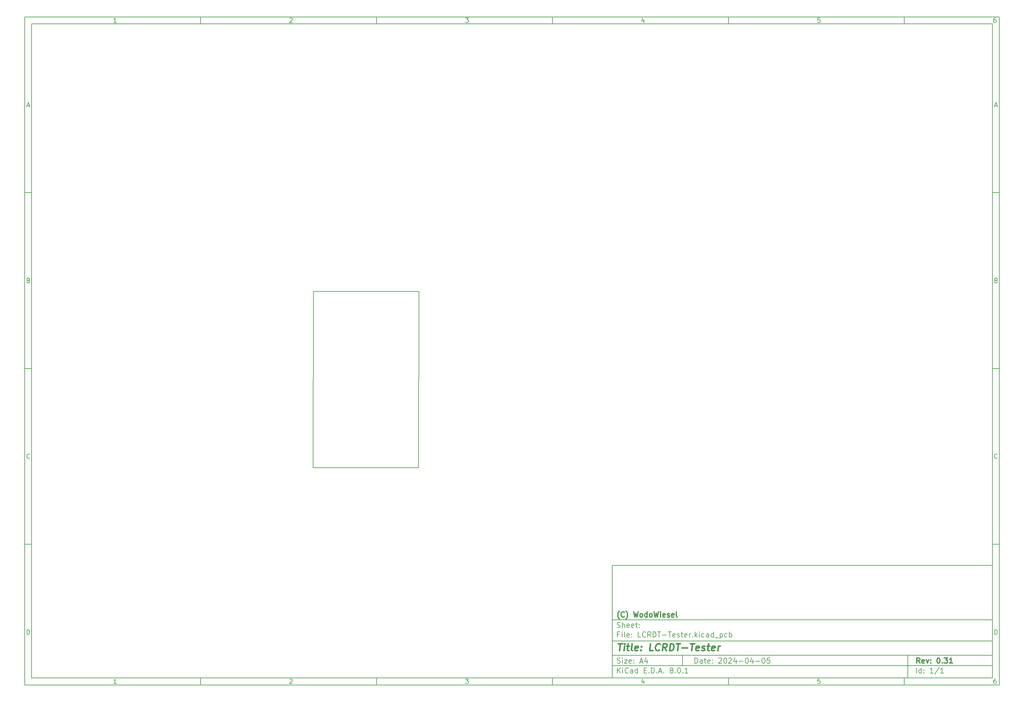
<source format=gbr>
%TF.GenerationSoftware,KiCad,Pcbnew,8.0.1*%
%TF.CreationDate,2024-04-05T21:52:58+02:00*%
%TF.ProjectId,LCRDT-Tester,4c435244-542d-4546-9573-7465722e6b69,0.31*%
%TF.SameCoordinates,PX57bafc0PY83cc3c0*%
%TF.FileFunction,Other,ECO2*%
%FSLAX46Y46*%
G04 Gerber Fmt 4.6, Leading zero omitted, Abs format (unit mm)*
G04 Created by KiCad (PCBNEW 8.0.1) date 2024-04-05 21:52:58*
%MOMM*%
%LPD*%
G01*
G04 APERTURE LIST*
%ADD10C,0.100000*%
%ADD11C,0.150000*%
%ADD12C,0.300000*%
%ADD13C,0.400000*%
%TA.AperFunction,Profile*%
%ADD14C,0.150000*%
%TD*%
G04 APERTURE END LIST*
D10*
D11*
X85010200Y-27807200D02*
X193010200Y-27807200D01*
X193010200Y-59807200D01*
X85010200Y-59807200D01*
X85010200Y-27807200D01*
D10*
D11*
X-81992000Y128200000D02*
X195010200Y128200000D01*
X195010200Y-61807200D01*
X-81992000Y-61807200D01*
X-81992000Y128200000D01*
D10*
D11*
X-79992000Y126200000D02*
X193010200Y126200000D01*
X193010200Y-59807200D01*
X-79992000Y-59807200D01*
X-79992000Y126200000D01*
D10*
D11*
X-31992000Y126200000D02*
X-31992000Y128200000D01*
D10*
D11*
X18008000Y126200000D02*
X18008000Y128200000D01*
D10*
D11*
X68008000Y126200000D02*
X68008000Y128200000D01*
D10*
D11*
X118008000Y126200000D02*
X118008000Y128200000D01*
D10*
D11*
X168008000Y126200000D02*
X168008000Y128200000D01*
D10*
D11*
X-55902840Y126606396D02*
X-56645697Y126606396D01*
X-56274269Y126606396D02*
X-56274269Y127906396D01*
X-56274269Y127906396D02*
X-56398078Y127720681D01*
X-56398078Y127720681D02*
X-56521888Y127596872D01*
X-56521888Y127596872D02*
X-56645697Y127534967D01*
D10*
D11*
X-6645697Y127782586D02*
X-6583793Y127844491D01*
X-6583793Y127844491D02*
X-6459983Y127906396D01*
X-6459983Y127906396D02*
X-6150459Y127906396D01*
X-6150459Y127906396D02*
X-6026650Y127844491D01*
X-6026650Y127844491D02*
X-5964745Y127782586D01*
X-5964745Y127782586D02*
X-5902840Y127658777D01*
X-5902840Y127658777D02*
X-5902840Y127534967D01*
X-5902840Y127534967D02*
X-5964745Y127349253D01*
X-5964745Y127349253D02*
X-6707602Y126606396D01*
X-6707602Y126606396D02*
X-5902840Y126606396D01*
D10*
D11*
X43292398Y127906396D02*
X44097160Y127906396D01*
X44097160Y127906396D02*
X43663826Y127411158D01*
X43663826Y127411158D02*
X43849541Y127411158D01*
X43849541Y127411158D02*
X43973350Y127349253D01*
X43973350Y127349253D02*
X44035255Y127287348D01*
X44035255Y127287348D02*
X44097160Y127163539D01*
X44097160Y127163539D02*
X44097160Y126854015D01*
X44097160Y126854015D02*
X44035255Y126730205D01*
X44035255Y126730205D02*
X43973350Y126668300D01*
X43973350Y126668300D02*
X43849541Y126606396D01*
X43849541Y126606396D02*
X43478112Y126606396D01*
X43478112Y126606396D02*
X43354303Y126668300D01*
X43354303Y126668300D02*
X43292398Y126730205D01*
D10*
D11*
X93973350Y127473062D02*
X93973350Y126606396D01*
X93663826Y127968300D02*
X93354303Y127039729D01*
X93354303Y127039729D02*
X94159064Y127039729D01*
D10*
D11*
X144035255Y127906396D02*
X143416207Y127906396D01*
X143416207Y127906396D02*
X143354303Y127287348D01*
X143354303Y127287348D02*
X143416207Y127349253D01*
X143416207Y127349253D02*
X143540017Y127411158D01*
X143540017Y127411158D02*
X143849541Y127411158D01*
X143849541Y127411158D02*
X143973350Y127349253D01*
X143973350Y127349253D02*
X144035255Y127287348D01*
X144035255Y127287348D02*
X144097160Y127163539D01*
X144097160Y127163539D02*
X144097160Y126854015D01*
X144097160Y126854015D02*
X144035255Y126730205D01*
X144035255Y126730205D02*
X143973350Y126668300D01*
X143973350Y126668300D02*
X143849541Y126606396D01*
X143849541Y126606396D02*
X143540017Y126606396D01*
X143540017Y126606396D02*
X143416207Y126668300D01*
X143416207Y126668300D02*
X143354303Y126730205D01*
D10*
D11*
X193973350Y127906396D02*
X193725731Y127906396D01*
X193725731Y127906396D02*
X193601922Y127844491D01*
X193601922Y127844491D02*
X193540017Y127782586D01*
X193540017Y127782586D02*
X193416207Y127596872D01*
X193416207Y127596872D02*
X193354303Y127349253D01*
X193354303Y127349253D02*
X193354303Y126854015D01*
X193354303Y126854015D02*
X193416207Y126730205D01*
X193416207Y126730205D02*
X193478112Y126668300D01*
X193478112Y126668300D02*
X193601922Y126606396D01*
X193601922Y126606396D02*
X193849541Y126606396D01*
X193849541Y126606396D02*
X193973350Y126668300D01*
X193973350Y126668300D02*
X194035255Y126730205D01*
X194035255Y126730205D02*
X194097160Y126854015D01*
X194097160Y126854015D02*
X194097160Y127163539D01*
X194097160Y127163539D02*
X194035255Y127287348D01*
X194035255Y127287348D02*
X193973350Y127349253D01*
X193973350Y127349253D02*
X193849541Y127411158D01*
X193849541Y127411158D02*
X193601922Y127411158D01*
X193601922Y127411158D02*
X193478112Y127349253D01*
X193478112Y127349253D02*
X193416207Y127287348D01*
X193416207Y127287348D02*
X193354303Y127163539D01*
D10*
D11*
X-31992000Y-59807200D02*
X-31992000Y-61807200D01*
D10*
D11*
X18008000Y-59807200D02*
X18008000Y-61807200D01*
D10*
D11*
X68008000Y-59807200D02*
X68008000Y-61807200D01*
D10*
D11*
X118008000Y-59807200D02*
X118008000Y-61807200D01*
D10*
D11*
X168008000Y-59807200D02*
X168008000Y-61807200D01*
D10*
D11*
X-55902840Y-61400804D02*
X-56645697Y-61400804D01*
X-56274269Y-61400804D02*
X-56274269Y-60100804D01*
X-56274269Y-60100804D02*
X-56398078Y-60286519D01*
X-56398078Y-60286519D02*
X-56521888Y-60410328D01*
X-56521888Y-60410328D02*
X-56645697Y-60472233D01*
D10*
D11*
X-6645697Y-60224614D02*
X-6583793Y-60162709D01*
X-6583793Y-60162709D02*
X-6459983Y-60100804D01*
X-6459983Y-60100804D02*
X-6150459Y-60100804D01*
X-6150459Y-60100804D02*
X-6026650Y-60162709D01*
X-6026650Y-60162709D02*
X-5964745Y-60224614D01*
X-5964745Y-60224614D02*
X-5902840Y-60348423D01*
X-5902840Y-60348423D02*
X-5902840Y-60472233D01*
X-5902840Y-60472233D02*
X-5964745Y-60657947D01*
X-5964745Y-60657947D02*
X-6707602Y-61400804D01*
X-6707602Y-61400804D02*
X-5902840Y-61400804D01*
D10*
D11*
X43292398Y-60100804D02*
X44097160Y-60100804D01*
X44097160Y-60100804D02*
X43663826Y-60596042D01*
X43663826Y-60596042D02*
X43849541Y-60596042D01*
X43849541Y-60596042D02*
X43973350Y-60657947D01*
X43973350Y-60657947D02*
X44035255Y-60719852D01*
X44035255Y-60719852D02*
X44097160Y-60843661D01*
X44097160Y-60843661D02*
X44097160Y-61153185D01*
X44097160Y-61153185D02*
X44035255Y-61276995D01*
X44035255Y-61276995D02*
X43973350Y-61338900D01*
X43973350Y-61338900D02*
X43849541Y-61400804D01*
X43849541Y-61400804D02*
X43478112Y-61400804D01*
X43478112Y-61400804D02*
X43354303Y-61338900D01*
X43354303Y-61338900D02*
X43292398Y-61276995D01*
D10*
D11*
X93973350Y-60534138D02*
X93973350Y-61400804D01*
X93663826Y-60038900D02*
X93354303Y-60967471D01*
X93354303Y-60967471D02*
X94159064Y-60967471D01*
D10*
D11*
X144035255Y-60100804D02*
X143416207Y-60100804D01*
X143416207Y-60100804D02*
X143354303Y-60719852D01*
X143354303Y-60719852D02*
X143416207Y-60657947D01*
X143416207Y-60657947D02*
X143540017Y-60596042D01*
X143540017Y-60596042D02*
X143849541Y-60596042D01*
X143849541Y-60596042D02*
X143973350Y-60657947D01*
X143973350Y-60657947D02*
X144035255Y-60719852D01*
X144035255Y-60719852D02*
X144097160Y-60843661D01*
X144097160Y-60843661D02*
X144097160Y-61153185D01*
X144097160Y-61153185D02*
X144035255Y-61276995D01*
X144035255Y-61276995D02*
X143973350Y-61338900D01*
X143973350Y-61338900D02*
X143849541Y-61400804D01*
X143849541Y-61400804D02*
X143540017Y-61400804D01*
X143540017Y-61400804D02*
X143416207Y-61338900D01*
X143416207Y-61338900D02*
X143354303Y-61276995D01*
D10*
D11*
X193973350Y-60100804D02*
X193725731Y-60100804D01*
X193725731Y-60100804D02*
X193601922Y-60162709D01*
X193601922Y-60162709D02*
X193540017Y-60224614D01*
X193540017Y-60224614D02*
X193416207Y-60410328D01*
X193416207Y-60410328D02*
X193354303Y-60657947D01*
X193354303Y-60657947D02*
X193354303Y-61153185D01*
X193354303Y-61153185D02*
X193416207Y-61276995D01*
X193416207Y-61276995D02*
X193478112Y-61338900D01*
X193478112Y-61338900D02*
X193601922Y-61400804D01*
X193601922Y-61400804D02*
X193849541Y-61400804D01*
X193849541Y-61400804D02*
X193973350Y-61338900D01*
X193973350Y-61338900D02*
X194035255Y-61276995D01*
X194035255Y-61276995D02*
X194097160Y-61153185D01*
X194097160Y-61153185D02*
X194097160Y-60843661D01*
X194097160Y-60843661D02*
X194035255Y-60719852D01*
X194035255Y-60719852D02*
X193973350Y-60657947D01*
X193973350Y-60657947D02*
X193849541Y-60596042D01*
X193849541Y-60596042D02*
X193601922Y-60596042D01*
X193601922Y-60596042D02*
X193478112Y-60657947D01*
X193478112Y-60657947D02*
X193416207Y-60719852D01*
X193416207Y-60719852D02*
X193354303Y-60843661D01*
D10*
D11*
X-81992000Y78200000D02*
X-79992000Y78200000D01*
D10*
D11*
X-81992000Y28200000D02*
X-79992000Y28200000D01*
D10*
D11*
X-81992000Y-21800000D02*
X-79992000Y-21800000D01*
D10*
D11*
X-81301524Y102977824D02*
X-80682477Y102977824D01*
X-81425334Y102606396D02*
X-80992001Y103906396D01*
X-80992001Y103906396D02*
X-80558667Y102606396D01*
D10*
D11*
X-80899143Y53287348D02*
X-80713429Y53225443D01*
X-80713429Y53225443D02*
X-80651524Y53163539D01*
X-80651524Y53163539D02*
X-80589620Y53039729D01*
X-80589620Y53039729D02*
X-80589620Y52854015D01*
X-80589620Y52854015D02*
X-80651524Y52730205D01*
X-80651524Y52730205D02*
X-80713429Y52668300D01*
X-80713429Y52668300D02*
X-80837239Y52606396D01*
X-80837239Y52606396D02*
X-81332477Y52606396D01*
X-81332477Y52606396D02*
X-81332477Y53906396D01*
X-81332477Y53906396D02*
X-80899143Y53906396D01*
X-80899143Y53906396D02*
X-80775334Y53844491D01*
X-80775334Y53844491D02*
X-80713429Y53782586D01*
X-80713429Y53782586D02*
X-80651524Y53658777D01*
X-80651524Y53658777D02*
X-80651524Y53534967D01*
X-80651524Y53534967D02*
X-80713429Y53411158D01*
X-80713429Y53411158D02*
X-80775334Y53349253D01*
X-80775334Y53349253D02*
X-80899143Y53287348D01*
X-80899143Y53287348D02*
X-81332477Y53287348D01*
D10*
D11*
X-80589620Y2730205D02*
X-80651524Y2668300D01*
X-80651524Y2668300D02*
X-80837239Y2606396D01*
X-80837239Y2606396D02*
X-80961048Y2606396D01*
X-80961048Y2606396D02*
X-81146762Y2668300D01*
X-81146762Y2668300D02*
X-81270572Y2792110D01*
X-81270572Y2792110D02*
X-81332477Y2915920D01*
X-81332477Y2915920D02*
X-81394381Y3163539D01*
X-81394381Y3163539D02*
X-81394381Y3349253D01*
X-81394381Y3349253D02*
X-81332477Y3596872D01*
X-81332477Y3596872D02*
X-81270572Y3720681D01*
X-81270572Y3720681D02*
X-81146762Y3844491D01*
X-81146762Y3844491D02*
X-80961048Y3906396D01*
X-80961048Y3906396D02*
X-80837239Y3906396D01*
X-80837239Y3906396D02*
X-80651524Y3844491D01*
X-80651524Y3844491D02*
X-80589620Y3782586D01*
D10*
D11*
X-81332477Y-47393604D02*
X-81332477Y-46093604D01*
X-81332477Y-46093604D02*
X-81022953Y-46093604D01*
X-81022953Y-46093604D02*
X-80837239Y-46155509D01*
X-80837239Y-46155509D02*
X-80713429Y-46279319D01*
X-80713429Y-46279319D02*
X-80651524Y-46403128D01*
X-80651524Y-46403128D02*
X-80589620Y-46650747D01*
X-80589620Y-46650747D02*
X-80589620Y-46836461D01*
X-80589620Y-46836461D02*
X-80651524Y-47084080D01*
X-80651524Y-47084080D02*
X-80713429Y-47207890D01*
X-80713429Y-47207890D02*
X-80837239Y-47331700D01*
X-80837239Y-47331700D02*
X-81022953Y-47393604D01*
X-81022953Y-47393604D02*
X-81332477Y-47393604D01*
D10*
D11*
X195010200Y78200000D02*
X193010200Y78200000D01*
D10*
D11*
X195010200Y28200000D02*
X193010200Y28200000D01*
D10*
D11*
X195010200Y-21800000D02*
X193010200Y-21800000D01*
D10*
D11*
X193700676Y102977824D02*
X194319723Y102977824D01*
X193576866Y102606396D02*
X194010199Y103906396D01*
X194010199Y103906396D02*
X194443533Y102606396D01*
D10*
D11*
X194103057Y53287348D02*
X194288771Y53225443D01*
X194288771Y53225443D02*
X194350676Y53163539D01*
X194350676Y53163539D02*
X194412580Y53039729D01*
X194412580Y53039729D02*
X194412580Y52854015D01*
X194412580Y52854015D02*
X194350676Y52730205D01*
X194350676Y52730205D02*
X194288771Y52668300D01*
X194288771Y52668300D02*
X194164961Y52606396D01*
X194164961Y52606396D02*
X193669723Y52606396D01*
X193669723Y52606396D02*
X193669723Y53906396D01*
X193669723Y53906396D02*
X194103057Y53906396D01*
X194103057Y53906396D02*
X194226866Y53844491D01*
X194226866Y53844491D02*
X194288771Y53782586D01*
X194288771Y53782586D02*
X194350676Y53658777D01*
X194350676Y53658777D02*
X194350676Y53534967D01*
X194350676Y53534967D02*
X194288771Y53411158D01*
X194288771Y53411158D02*
X194226866Y53349253D01*
X194226866Y53349253D02*
X194103057Y53287348D01*
X194103057Y53287348D02*
X193669723Y53287348D01*
D10*
D11*
X194412580Y2730205D02*
X194350676Y2668300D01*
X194350676Y2668300D02*
X194164961Y2606396D01*
X194164961Y2606396D02*
X194041152Y2606396D01*
X194041152Y2606396D02*
X193855438Y2668300D01*
X193855438Y2668300D02*
X193731628Y2792110D01*
X193731628Y2792110D02*
X193669723Y2915920D01*
X193669723Y2915920D02*
X193607819Y3163539D01*
X193607819Y3163539D02*
X193607819Y3349253D01*
X193607819Y3349253D02*
X193669723Y3596872D01*
X193669723Y3596872D02*
X193731628Y3720681D01*
X193731628Y3720681D02*
X193855438Y3844491D01*
X193855438Y3844491D02*
X194041152Y3906396D01*
X194041152Y3906396D02*
X194164961Y3906396D01*
X194164961Y3906396D02*
X194350676Y3844491D01*
X194350676Y3844491D02*
X194412580Y3782586D01*
D10*
D11*
X193669723Y-47393604D02*
X193669723Y-46093604D01*
X193669723Y-46093604D02*
X193979247Y-46093604D01*
X193979247Y-46093604D02*
X194164961Y-46155509D01*
X194164961Y-46155509D02*
X194288771Y-46279319D01*
X194288771Y-46279319D02*
X194350676Y-46403128D01*
X194350676Y-46403128D02*
X194412580Y-46650747D01*
X194412580Y-46650747D02*
X194412580Y-46836461D01*
X194412580Y-46836461D02*
X194350676Y-47084080D01*
X194350676Y-47084080D02*
X194288771Y-47207890D01*
X194288771Y-47207890D02*
X194164961Y-47331700D01*
X194164961Y-47331700D02*
X193979247Y-47393604D01*
X193979247Y-47393604D02*
X193669723Y-47393604D01*
D10*
D11*
X108466026Y-55593328D02*
X108466026Y-54093328D01*
X108466026Y-54093328D02*
X108823169Y-54093328D01*
X108823169Y-54093328D02*
X109037455Y-54164757D01*
X109037455Y-54164757D02*
X109180312Y-54307614D01*
X109180312Y-54307614D02*
X109251741Y-54450471D01*
X109251741Y-54450471D02*
X109323169Y-54736185D01*
X109323169Y-54736185D02*
X109323169Y-54950471D01*
X109323169Y-54950471D02*
X109251741Y-55236185D01*
X109251741Y-55236185D02*
X109180312Y-55379042D01*
X109180312Y-55379042D02*
X109037455Y-55521900D01*
X109037455Y-55521900D02*
X108823169Y-55593328D01*
X108823169Y-55593328D02*
X108466026Y-55593328D01*
X110608884Y-55593328D02*
X110608884Y-54807614D01*
X110608884Y-54807614D02*
X110537455Y-54664757D01*
X110537455Y-54664757D02*
X110394598Y-54593328D01*
X110394598Y-54593328D02*
X110108884Y-54593328D01*
X110108884Y-54593328D02*
X109966026Y-54664757D01*
X110608884Y-55521900D02*
X110466026Y-55593328D01*
X110466026Y-55593328D02*
X110108884Y-55593328D01*
X110108884Y-55593328D02*
X109966026Y-55521900D01*
X109966026Y-55521900D02*
X109894598Y-55379042D01*
X109894598Y-55379042D02*
X109894598Y-55236185D01*
X109894598Y-55236185D02*
X109966026Y-55093328D01*
X109966026Y-55093328D02*
X110108884Y-55021900D01*
X110108884Y-55021900D02*
X110466026Y-55021900D01*
X110466026Y-55021900D02*
X110608884Y-54950471D01*
X111108884Y-54593328D02*
X111680312Y-54593328D01*
X111323169Y-54093328D02*
X111323169Y-55379042D01*
X111323169Y-55379042D02*
X111394598Y-55521900D01*
X111394598Y-55521900D02*
X111537455Y-55593328D01*
X111537455Y-55593328D02*
X111680312Y-55593328D01*
X112751741Y-55521900D02*
X112608884Y-55593328D01*
X112608884Y-55593328D02*
X112323170Y-55593328D01*
X112323170Y-55593328D02*
X112180312Y-55521900D01*
X112180312Y-55521900D02*
X112108884Y-55379042D01*
X112108884Y-55379042D02*
X112108884Y-54807614D01*
X112108884Y-54807614D02*
X112180312Y-54664757D01*
X112180312Y-54664757D02*
X112323170Y-54593328D01*
X112323170Y-54593328D02*
X112608884Y-54593328D01*
X112608884Y-54593328D02*
X112751741Y-54664757D01*
X112751741Y-54664757D02*
X112823170Y-54807614D01*
X112823170Y-54807614D02*
X112823170Y-54950471D01*
X112823170Y-54950471D02*
X112108884Y-55093328D01*
X113466026Y-55450471D02*
X113537455Y-55521900D01*
X113537455Y-55521900D02*
X113466026Y-55593328D01*
X113466026Y-55593328D02*
X113394598Y-55521900D01*
X113394598Y-55521900D02*
X113466026Y-55450471D01*
X113466026Y-55450471D02*
X113466026Y-55593328D01*
X113466026Y-54664757D02*
X113537455Y-54736185D01*
X113537455Y-54736185D02*
X113466026Y-54807614D01*
X113466026Y-54807614D02*
X113394598Y-54736185D01*
X113394598Y-54736185D02*
X113466026Y-54664757D01*
X113466026Y-54664757D02*
X113466026Y-54807614D01*
X115251741Y-54236185D02*
X115323169Y-54164757D01*
X115323169Y-54164757D02*
X115466027Y-54093328D01*
X115466027Y-54093328D02*
X115823169Y-54093328D01*
X115823169Y-54093328D02*
X115966027Y-54164757D01*
X115966027Y-54164757D02*
X116037455Y-54236185D01*
X116037455Y-54236185D02*
X116108884Y-54379042D01*
X116108884Y-54379042D02*
X116108884Y-54521900D01*
X116108884Y-54521900D02*
X116037455Y-54736185D01*
X116037455Y-54736185D02*
X115180312Y-55593328D01*
X115180312Y-55593328D02*
X116108884Y-55593328D01*
X117037455Y-54093328D02*
X117180312Y-54093328D01*
X117180312Y-54093328D02*
X117323169Y-54164757D01*
X117323169Y-54164757D02*
X117394598Y-54236185D01*
X117394598Y-54236185D02*
X117466026Y-54379042D01*
X117466026Y-54379042D02*
X117537455Y-54664757D01*
X117537455Y-54664757D02*
X117537455Y-55021900D01*
X117537455Y-55021900D02*
X117466026Y-55307614D01*
X117466026Y-55307614D02*
X117394598Y-55450471D01*
X117394598Y-55450471D02*
X117323169Y-55521900D01*
X117323169Y-55521900D02*
X117180312Y-55593328D01*
X117180312Y-55593328D02*
X117037455Y-55593328D01*
X117037455Y-55593328D02*
X116894598Y-55521900D01*
X116894598Y-55521900D02*
X116823169Y-55450471D01*
X116823169Y-55450471D02*
X116751740Y-55307614D01*
X116751740Y-55307614D02*
X116680312Y-55021900D01*
X116680312Y-55021900D02*
X116680312Y-54664757D01*
X116680312Y-54664757D02*
X116751740Y-54379042D01*
X116751740Y-54379042D02*
X116823169Y-54236185D01*
X116823169Y-54236185D02*
X116894598Y-54164757D01*
X116894598Y-54164757D02*
X117037455Y-54093328D01*
X118108883Y-54236185D02*
X118180311Y-54164757D01*
X118180311Y-54164757D02*
X118323169Y-54093328D01*
X118323169Y-54093328D02*
X118680311Y-54093328D01*
X118680311Y-54093328D02*
X118823169Y-54164757D01*
X118823169Y-54164757D02*
X118894597Y-54236185D01*
X118894597Y-54236185D02*
X118966026Y-54379042D01*
X118966026Y-54379042D02*
X118966026Y-54521900D01*
X118966026Y-54521900D02*
X118894597Y-54736185D01*
X118894597Y-54736185D02*
X118037454Y-55593328D01*
X118037454Y-55593328D02*
X118966026Y-55593328D01*
X120251740Y-54593328D02*
X120251740Y-55593328D01*
X119894597Y-54021900D02*
X119537454Y-55093328D01*
X119537454Y-55093328D02*
X120466025Y-55093328D01*
X121037453Y-55021900D02*
X122180311Y-55021900D01*
X123180311Y-54093328D02*
X123323168Y-54093328D01*
X123323168Y-54093328D02*
X123466025Y-54164757D01*
X123466025Y-54164757D02*
X123537454Y-54236185D01*
X123537454Y-54236185D02*
X123608882Y-54379042D01*
X123608882Y-54379042D02*
X123680311Y-54664757D01*
X123680311Y-54664757D02*
X123680311Y-55021900D01*
X123680311Y-55021900D02*
X123608882Y-55307614D01*
X123608882Y-55307614D02*
X123537454Y-55450471D01*
X123537454Y-55450471D02*
X123466025Y-55521900D01*
X123466025Y-55521900D02*
X123323168Y-55593328D01*
X123323168Y-55593328D02*
X123180311Y-55593328D01*
X123180311Y-55593328D02*
X123037454Y-55521900D01*
X123037454Y-55521900D02*
X122966025Y-55450471D01*
X122966025Y-55450471D02*
X122894596Y-55307614D01*
X122894596Y-55307614D02*
X122823168Y-55021900D01*
X122823168Y-55021900D02*
X122823168Y-54664757D01*
X122823168Y-54664757D02*
X122894596Y-54379042D01*
X122894596Y-54379042D02*
X122966025Y-54236185D01*
X122966025Y-54236185D02*
X123037454Y-54164757D01*
X123037454Y-54164757D02*
X123180311Y-54093328D01*
X124966025Y-54593328D02*
X124966025Y-55593328D01*
X124608882Y-54021900D02*
X124251739Y-55093328D01*
X124251739Y-55093328D02*
X125180310Y-55093328D01*
X125751738Y-55021900D02*
X126894596Y-55021900D01*
X127894596Y-54093328D02*
X128037453Y-54093328D01*
X128037453Y-54093328D02*
X128180310Y-54164757D01*
X128180310Y-54164757D02*
X128251739Y-54236185D01*
X128251739Y-54236185D02*
X128323167Y-54379042D01*
X128323167Y-54379042D02*
X128394596Y-54664757D01*
X128394596Y-54664757D02*
X128394596Y-55021900D01*
X128394596Y-55021900D02*
X128323167Y-55307614D01*
X128323167Y-55307614D02*
X128251739Y-55450471D01*
X128251739Y-55450471D02*
X128180310Y-55521900D01*
X128180310Y-55521900D02*
X128037453Y-55593328D01*
X128037453Y-55593328D02*
X127894596Y-55593328D01*
X127894596Y-55593328D02*
X127751739Y-55521900D01*
X127751739Y-55521900D02*
X127680310Y-55450471D01*
X127680310Y-55450471D02*
X127608881Y-55307614D01*
X127608881Y-55307614D02*
X127537453Y-55021900D01*
X127537453Y-55021900D02*
X127537453Y-54664757D01*
X127537453Y-54664757D02*
X127608881Y-54379042D01*
X127608881Y-54379042D02*
X127680310Y-54236185D01*
X127680310Y-54236185D02*
X127751739Y-54164757D01*
X127751739Y-54164757D02*
X127894596Y-54093328D01*
X129751738Y-54093328D02*
X129037452Y-54093328D01*
X129037452Y-54093328D02*
X128966024Y-54807614D01*
X128966024Y-54807614D02*
X129037452Y-54736185D01*
X129037452Y-54736185D02*
X129180310Y-54664757D01*
X129180310Y-54664757D02*
X129537452Y-54664757D01*
X129537452Y-54664757D02*
X129680310Y-54736185D01*
X129680310Y-54736185D02*
X129751738Y-54807614D01*
X129751738Y-54807614D02*
X129823167Y-54950471D01*
X129823167Y-54950471D02*
X129823167Y-55307614D01*
X129823167Y-55307614D02*
X129751738Y-55450471D01*
X129751738Y-55450471D02*
X129680310Y-55521900D01*
X129680310Y-55521900D02*
X129537452Y-55593328D01*
X129537452Y-55593328D02*
X129180310Y-55593328D01*
X129180310Y-55593328D02*
X129037452Y-55521900D01*
X129037452Y-55521900D02*
X128966024Y-55450471D01*
D10*
D11*
X85010200Y-56307200D02*
X193010200Y-56307200D01*
D10*
D11*
X86466026Y-58393328D02*
X86466026Y-56893328D01*
X87323169Y-58393328D02*
X86680312Y-57536185D01*
X87323169Y-56893328D02*
X86466026Y-57750471D01*
X87966026Y-58393328D02*
X87966026Y-57393328D01*
X87966026Y-56893328D02*
X87894598Y-56964757D01*
X87894598Y-56964757D02*
X87966026Y-57036185D01*
X87966026Y-57036185D02*
X88037455Y-56964757D01*
X88037455Y-56964757D02*
X87966026Y-56893328D01*
X87966026Y-56893328D02*
X87966026Y-57036185D01*
X89537455Y-58250471D02*
X89466027Y-58321900D01*
X89466027Y-58321900D02*
X89251741Y-58393328D01*
X89251741Y-58393328D02*
X89108884Y-58393328D01*
X89108884Y-58393328D02*
X88894598Y-58321900D01*
X88894598Y-58321900D02*
X88751741Y-58179042D01*
X88751741Y-58179042D02*
X88680312Y-58036185D01*
X88680312Y-58036185D02*
X88608884Y-57750471D01*
X88608884Y-57750471D02*
X88608884Y-57536185D01*
X88608884Y-57536185D02*
X88680312Y-57250471D01*
X88680312Y-57250471D02*
X88751741Y-57107614D01*
X88751741Y-57107614D02*
X88894598Y-56964757D01*
X88894598Y-56964757D02*
X89108884Y-56893328D01*
X89108884Y-56893328D02*
X89251741Y-56893328D01*
X89251741Y-56893328D02*
X89466027Y-56964757D01*
X89466027Y-56964757D02*
X89537455Y-57036185D01*
X90823170Y-58393328D02*
X90823170Y-57607614D01*
X90823170Y-57607614D02*
X90751741Y-57464757D01*
X90751741Y-57464757D02*
X90608884Y-57393328D01*
X90608884Y-57393328D02*
X90323170Y-57393328D01*
X90323170Y-57393328D02*
X90180312Y-57464757D01*
X90823170Y-58321900D02*
X90680312Y-58393328D01*
X90680312Y-58393328D02*
X90323170Y-58393328D01*
X90323170Y-58393328D02*
X90180312Y-58321900D01*
X90180312Y-58321900D02*
X90108884Y-58179042D01*
X90108884Y-58179042D02*
X90108884Y-58036185D01*
X90108884Y-58036185D02*
X90180312Y-57893328D01*
X90180312Y-57893328D02*
X90323170Y-57821900D01*
X90323170Y-57821900D02*
X90680312Y-57821900D01*
X90680312Y-57821900D02*
X90823170Y-57750471D01*
X92180313Y-58393328D02*
X92180313Y-56893328D01*
X92180313Y-58321900D02*
X92037455Y-58393328D01*
X92037455Y-58393328D02*
X91751741Y-58393328D01*
X91751741Y-58393328D02*
X91608884Y-58321900D01*
X91608884Y-58321900D02*
X91537455Y-58250471D01*
X91537455Y-58250471D02*
X91466027Y-58107614D01*
X91466027Y-58107614D02*
X91466027Y-57679042D01*
X91466027Y-57679042D02*
X91537455Y-57536185D01*
X91537455Y-57536185D02*
X91608884Y-57464757D01*
X91608884Y-57464757D02*
X91751741Y-57393328D01*
X91751741Y-57393328D02*
X92037455Y-57393328D01*
X92037455Y-57393328D02*
X92180313Y-57464757D01*
X94037455Y-57607614D02*
X94537455Y-57607614D01*
X94751741Y-58393328D02*
X94037455Y-58393328D01*
X94037455Y-58393328D02*
X94037455Y-56893328D01*
X94037455Y-56893328D02*
X94751741Y-56893328D01*
X95394598Y-58250471D02*
X95466027Y-58321900D01*
X95466027Y-58321900D02*
X95394598Y-58393328D01*
X95394598Y-58393328D02*
X95323170Y-58321900D01*
X95323170Y-58321900D02*
X95394598Y-58250471D01*
X95394598Y-58250471D02*
X95394598Y-58393328D01*
X96108884Y-58393328D02*
X96108884Y-56893328D01*
X96108884Y-56893328D02*
X96466027Y-56893328D01*
X96466027Y-56893328D02*
X96680313Y-56964757D01*
X96680313Y-56964757D02*
X96823170Y-57107614D01*
X96823170Y-57107614D02*
X96894599Y-57250471D01*
X96894599Y-57250471D02*
X96966027Y-57536185D01*
X96966027Y-57536185D02*
X96966027Y-57750471D01*
X96966027Y-57750471D02*
X96894599Y-58036185D01*
X96894599Y-58036185D02*
X96823170Y-58179042D01*
X96823170Y-58179042D02*
X96680313Y-58321900D01*
X96680313Y-58321900D02*
X96466027Y-58393328D01*
X96466027Y-58393328D02*
X96108884Y-58393328D01*
X97608884Y-58250471D02*
X97680313Y-58321900D01*
X97680313Y-58321900D02*
X97608884Y-58393328D01*
X97608884Y-58393328D02*
X97537456Y-58321900D01*
X97537456Y-58321900D02*
X97608884Y-58250471D01*
X97608884Y-58250471D02*
X97608884Y-58393328D01*
X98251742Y-57964757D02*
X98966028Y-57964757D01*
X98108885Y-58393328D02*
X98608885Y-56893328D01*
X98608885Y-56893328D02*
X99108885Y-58393328D01*
X99608884Y-58250471D02*
X99680313Y-58321900D01*
X99680313Y-58321900D02*
X99608884Y-58393328D01*
X99608884Y-58393328D02*
X99537456Y-58321900D01*
X99537456Y-58321900D02*
X99608884Y-58250471D01*
X99608884Y-58250471D02*
X99608884Y-58393328D01*
X101680313Y-57536185D02*
X101537456Y-57464757D01*
X101537456Y-57464757D02*
X101466027Y-57393328D01*
X101466027Y-57393328D02*
X101394599Y-57250471D01*
X101394599Y-57250471D02*
X101394599Y-57179042D01*
X101394599Y-57179042D02*
X101466027Y-57036185D01*
X101466027Y-57036185D02*
X101537456Y-56964757D01*
X101537456Y-56964757D02*
X101680313Y-56893328D01*
X101680313Y-56893328D02*
X101966027Y-56893328D01*
X101966027Y-56893328D02*
X102108885Y-56964757D01*
X102108885Y-56964757D02*
X102180313Y-57036185D01*
X102180313Y-57036185D02*
X102251742Y-57179042D01*
X102251742Y-57179042D02*
X102251742Y-57250471D01*
X102251742Y-57250471D02*
X102180313Y-57393328D01*
X102180313Y-57393328D02*
X102108885Y-57464757D01*
X102108885Y-57464757D02*
X101966027Y-57536185D01*
X101966027Y-57536185D02*
X101680313Y-57536185D01*
X101680313Y-57536185D02*
X101537456Y-57607614D01*
X101537456Y-57607614D02*
X101466027Y-57679042D01*
X101466027Y-57679042D02*
X101394599Y-57821900D01*
X101394599Y-57821900D02*
X101394599Y-58107614D01*
X101394599Y-58107614D02*
X101466027Y-58250471D01*
X101466027Y-58250471D02*
X101537456Y-58321900D01*
X101537456Y-58321900D02*
X101680313Y-58393328D01*
X101680313Y-58393328D02*
X101966027Y-58393328D01*
X101966027Y-58393328D02*
X102108885Y-58321900D01*
X102108885Y-58321900D02*
X102180313Y-58250471D01*
X102180313Y-58250471D02*
X102251742Y-58107614D01*
X102251742Y-58107614D02*
X102251742Y-57821900D01*
X102251742Y-57821900D02*
X102180313Y-57679042D01*
X102180313Y-57679042D02*
X102108885Y-57607614D01*
X102108885Y-57607614D02*
X101966027Y-57536185D01*
X102894598Y-58250471D02*
X102966027Y-58321900D01*
X102966027Y-58321900D02*
X102894598Y-58393328D01*
X102894598Y-58393328D02*
X102823170Y-58321900D01*
X102823170Y-58321900D02*
X102894598Y-58250471D01*
X102894598Y-58250471D02*
X102894598Y-58393328D01*
X103894599Y-56893328D02*
X104037456Y-56893328D01*
X104037456Y-56893328D02*
X104180313Y-56964757D01*
X104180313Y-56964757D02*
X104251742Y-57036185D01*
X104251742Y-57036185D02*
X104323170Y-57179042D01*
X104323170Y-57179042D02*
X104394599Y-57464757D01*
X104394599Y-57464757D02*
X104394599Y-57821900D01*
X104394599Y-57821900D02*
X104323170Y-58107614D01*
X104323170Y-58107614D02*
X104251742Y-58250471D01*
X104251742Y-58250471D02*
X104180313Y-58321900D01*
X104180313Y-58321900D02*
X104037456Y-58393328D01*
X104037456Y-58393328D02*
X103894599Y-58393328D01*
X103894599Y-58393328D02*
X103751742Y-58321900D01*
X103751742Y-58321900D02*
X103680313Y-58250471D01*
X103680313Y-58250471D02*
X103608884Y-58107614D01*
X103608884Y-58107614D02*
X103537456Y-57821900D01*
X103537456Y-57821900D02*
X103537456Y-57464757D01*
X103537456Y-57464757D02*
X103608884Y-57179042D01*
X103608884Y-57179042D02*
X103680313Y-57036185D01*
X103680313Y-57036185D02*
X103751742Y-56964757D01*
X103751742Y-56964757D02*
X103894599Y-56893328D01*
X105037455Y-58250471D02*
X105108884Y-58321900D01*
X105108884Y-58321900D02*
X105037455Y-58393328D01*
X105037455Y-58393328D02*
X104966027Y-58321900D01*
X104966027Y-58321900D02*
X105037455Y-58250471D01*
X105037455Y-58250471D02*
X105037455Y-58393328D01*
X106537456Y-58393328D02*
X105680313Y-58393328D01*
X106108884Y-58393328D02*
X106108884Y-56893328D01*
X106108884Y-56893328D02*
X105966027Y-57107614D01*
X105966027Y-57107614D02*
X105823170Y-57250471D01*
X105823170Y-57250471D02*
X105680313Y-57321900D01*
D10*
D11*
X85010200Y-53307200D02*
X193010200Y-53307200D01*
D10*
D12*
X172421853Y-55585528D02*
X171921853Y-54871242D01*
X171564710Y-55585528D02*
X171564710Y-54085528D01*
X171564710Y-54085528D02*
X172136139Y-54085528D01*
X172136139Y-54085528D02*
X172278996Y-54156957D01*
X172278996Y-54156957D02*
X172350425Y-54228385D01*
X172350425Y-54228385D02*
X172421853Y-54371242D01*
X172421853Y-54371242D02*
X172421853Y-54585528D01*
X172421853Y-54585528D02*
X172350425Y-54728385D01*
X172350425Y-54728385D02*
X172278996Y-54799814D01*
X172278996Y-54799814D02*
X172136139Y-54871242D01*
X172136139Y-54871242D02*
X171564710Y-54871242D01*
X173636139Y-55514100D02*
X173493282Y-55585528D01*
X173493282Y-55585528D02*
X173207568Y-55585528D01*
X173207568Y-55585528D02*
X173064710Y-55514100D01*
X173064710Y-55514100D02*
X172993282Y-55371242D01*
X172993282Y-55371242D02*
X172993282Y-54799814D01*
X172993282Y-54799814D02*
X173064710Y-54656957D01*
X173064710Y-54656957D02*
X173207568Y-54585528D01*
X173207568Y-54585528D02*
X173493282Y-54585528D01*
X173493282Y-54585528D02*
X173636139Y-54656957D01*
X173636139Y-54656957D02*
X173707568Y-54799814D01*
X173707568Y-54799814D02*
X173707568Y-54942671D01*
X173707568Y-54942671D02*
X172993282Y-55085528D01*
X174207567Y-54585528D02*
X174564710Y-55585528D01*
X174564710Y-55585528D02*
X174921853Y-54585528D01*
X175493281Y-55442671D02*
X175564710Y-55514100D01*
X175564710Y-55514100D02*
X175493281Y-55585528D01*
X175493281Y-55585528D02*
X175421853Y-55514100D01*
X175421853Y-55514100D02*
X175493281Y-55442671D01*
X175493281Y-55442671D02*
X175493281Y-55585528D01*
X175493281Y-54656957D02*
X175564710Y-54728385D01*
X175564710Y-54728385D02*
X175493281Y-54799814D01*
X175493281Y-54799814D02*
X175421853Y-54728385D01*
X175421853Y-54728385D02*
X175493281Y-54656957D01*
X175493281Y-54656957D02*
X175493281Y-54799814D01*
X177636139Y-54085528D02*
X177778996Y-54085528D01*
X177778996Y-54085528D02*
X177921853Y-54156957D01*
X177921853Y-54156957D02*
X177993282Y-54228385D01*
X177993282Y-54228385D02*
X178064710Y-54371242D01*
X178064710Y-54371242D02*
X178136139Y-54656957D01*
X178136139Y-54656957D02*
X178136139Y-55014100D01*
X178136139Y-55014100D02*
X178064710Y-55299814D01*
X178064710Y-55299814D02*
X177993282Y-55442671D01*
X177993282Y-55442671D02*
X177921853Y-55514100D01*
X177921853Y-55514100D02*
X177778996Y-55585528D01*
X177778996Y-55585528D02*
X177636139Y-55585528D01*
X177636139Y-55585528D02*
X177493282Y-55514100D01*
X177493282Y-55514100D02*
X177421853Y-55442671D01*
X177421853Y-55442671D02*
X177350424Y-55299814D01*
X177350424Y-55299814D02*
X177278996Y-55014100D01*
X177278996Y-55014100D02*
X177278996Y-54656957D01*
X177278996Y-54656957D02*
X177350424Y-54371242D01*
X177350424Y-54371242D02*
X177421853Y-54228385D01*
X177421853Y-54228385D02*
X177493282Y-54156957D01*
X177493282Y-54156957D02*
X177636139Y-54085528D01*
X178778995Y-55442671D02*
X178850424Y-55514100D01*
X178850424Y-55514100D02*
X178778995Y-55585528D01*
X178778995Y-55585528D02*
X178707567Y-55514100D01*
X178707567Y-55514100D02*
X178778995Y-55442671D01*
X178778995Y-55442671D02*
X178778995Y-55585528D01*
X179350424Y-54085528D02*
X180278996Y-54085528D01*
X180278996Y-54085528D02*
X179778996Y-54656957D01*
X179778996Y-54656957D02*
X179993281Y-54656957D01*
X179993281Y-54656957D02*
X180136139Y-54728385D01*
X180136139Y-54728385D02*
X180207567Y-54799814D01*
X180207567Y-54799814D02*
X180278996Y-54942671D01*
X180278996Y-54942671D02*
X180278996Y-55299814D01*
X180278996Y-55299814D02*
X180207567Y-55442671D01*
X180207567Y-55442671D02*
X180136139Y-55514100D01*
X180136139Y-55514100D02*
X179993281Y-55585528D01*
X179993281Y-55585528D02*
X179564710Y-55585528D01*
X179564710Y-55585528D02*
X179421853Y-55514100D01*
X179421853Y-55514100D02*
X179350424Y-55442671D01*
X181707567Y-55585528D02*
X180850424Y-55585528D01*
X181278995Y-55585528D02*
X181278995Y-54085528D01*
X181278995Y-54085528D02*
X181136138Y-54299814D01*
X181136138Y-54299814D02*
X180993281Y-54442671D01*
X180993281Y-54442671D02*
X180850424Y-54514100D01*
D10*
D11*
X86394598Y-55521900D02*
X86608884Y-55593328D01*
X86608884Y-55593328D02*
X86966026Y-55593328D01*
X86966026Y-55593328D02*
X87108884Y-55521900D01*
X87108884Y-55521900D02*
X87180312Y-55450471D01*
X87180312Y-55450471D02*
X87251741Y-55307614D01*
X87251741Y-55307614D02*
X87251741Y-55164757D01*
X87251741Y-55164757D02*
X87180312Y-55021900D01*
X87180312Y-55021900D02*
X87108884Y-54950471D01*
X87108884Y-54950471D02*
X86966026Y-54879042D01*
X86966026Y-54879042D02*
X86680312Y-54807614D01*
X86680312Y-54807614D02*
X86537455Y-54736185D01*
X86537455Y-54736185D02*
X86466026Y-54664757D01*
X86466026Y-54664757D02*
X86394598Y-54521900D01*
X86394598Y-54521900D02*
X86394598Y-54379042D01*
X86394598Y-54379042D02*
X86466026Y-54236185D01*
X86466026Y-54236185D02*
X86537455Y-54164757D01*
X86537455Y-54164757D02*
X86680312Y-54093328D01*
X86680312Y-54093328D02*
X87037455Y-54093328D01*
X87037455Y-54093328D02*
X87251741Y-54164757D01*
X87894597Y-55593328D02*
X87894597Y-54593328D01*
X87894597Y-54093328D02*
X87823169Y-54164757D01*
X87823169Y-54164757D02*
X87894597Y-54236185D01*
X87894597Y-54236185D02*
X87966026Y-54164757D01*
X87966026Y-54164757D02*
X87894597Y-54093328D01*
X87894597Y-54093328D02*
X87894597Y-54236185D01*
X88466026Y-54593328D02*
X89251741Y-54593328D01*
X89251741Y-54593328D02*
X88466026Y-55593328D01*
X88466026Y-55593328D02*
X89251741Y-55593328D01*
X90394598Y-55521900D02*
X90251741Y-55593328D01*
X90251741Y-55593328D02*
X89966027Y-55593328D01*
X89966027Y-55593328D02*
X89823169Y-55521900D01*
X89823169Y-55521900D02*
X89751741Y-55379042D01*
X89751741Y-55379042D02*
X89751741Y-54807614D01*
X89751741Y-54807614D02*
X89823169Y-54664757D01*
X89823169Y-54664757D02*
X89966027Y-54593328D01*
X89966027Y-54593328D02*
X90251741Y-54593328D01*
X90251741Y-54593328D02*
X90394598Y-54664757D01*
X90394598Y-54664757D02*
X90466027Y-54807614D01*
X90466027Y-54807614D02*
X90466027Y-54950471D01*
X90466027Y-54950471D02*
X89751741Y-55093328D01*
X91108883Y-55450471D02*
X91180312Y-55521900D01*
X91180312Y-55521900D02*
X91108883Y-55593328D01*
X91108883Y-55593328D02*
X91037455Y-55521900D01*
X91037455Y-55521900D02*
X91108883Y-55450471D01*
X91108883Y-55450471D02*
X91108883Y-55593328D01*
X91108883Y-54664757D02*
X91180312Y-54736185D01*
X91180312Y-54736185D02*
X91108883Y-54807614D01*
X91108883Y-54807614D02*
X91037455Y-54736185D01*
X91037455Y-54736185D02*
X91108883Y-54664757D01*
X91108883Y-54664757D02*
X91108883Y-54807614D01*
X92894598Y-55164757D02*
X93608884Y-55164757D01*
X92751741Y-55593328D02*
X93251741Y-54093328D01*
X93251741Y-54093328D02*
X93751741Y-55593328D01*
X94894598Y-54593328D02*
X94894598Y-55593328D01*
X94537455Y-54021900D02*
X94180312Y-55093328D01*
X94180312Y-55093328D02*
X95108883Y-55093328D01*
D10*
D11*
X171466026Y-58393328D02*
X171466026Y-56893328D01*
X172823170Y-58393328D02*
X172823170Y-56893328D01*
X172823170Y-58321900D02*
X172680312Y-58393328D01*
X172680312Y-58393328D02*
X172394598Y-58393328D01*
X172394598Y-58393328D02*
X172251741Y-58321900D01*
X172251741Y-58321900D02*
X172180312Y-58250471D01*
X172180312Y-58250471D02*
X172108884Y-58107614D01*
X172108884Y-58107614D02*
X172108884Y-57679042D01*
X172108884Y-57679042D02*
X172180312Y-57536185D01*
X172180312Y-57536185D02*
X172251741Y-57464757D01*
X172251741Y-57464757D02*
X172394598Y-57393328D01*
X172394598Y-57393328D02*
X172680312Y-57393328D01*
X172680312Y-57393328D02*
X172823170Y-57464757D01*
X173537455Y-58250471D02*
X173608884Y-58321900D01*
X173608884Y-58321900D02*
X173537455Y-58393328D01*
X173537455Y-58393328D02*
X173466027Y-58321900D01*
X173466027Y-58321900D02*
X173537455Y-58250471D01*
X173537455Y-58250471D02*
X173537455Y-58393328D01*
X173537455Y-57464757D02*
X173608884Y-57536185D01*
X173608884Y-57536185D02*
X173537455Y-57607614D01*
X173537455Y-57607614D02*
X173466027Y-57536185D01*
X173466027Y-57536185D02*
X173537455Y-57464757D01*
X173537455Y-57464757D02*
X173537455Y-57607614D01*
X176180313Y-58393328D02*
X175323170Y-58393328D01*
X175751741Y-58393328D02*
X175751741Y-56893328D01*
X175751741Y-56893328D02*
X175608884Y-57107614D01*
X175608884Y-57107614D02*
X175466027Y-57250471D01*
X175466027Y-57250471D02*
X175323170Y-57321900D01*
X177894598Y-56821900D02*
X176608884Y-58750471D01*
X179180313Y-58393328D02*
X178323170Y-58393328D01*
X178751741Y-58393328D02*
X178751741Y-56893328D01*
X178751741Y-56893328D02*
X178608884Y-57107614D01*
X178608884Y-57107614D02*
X178466027Y-57250471D01*
X178466027Y-57250471D02*
X178323170Y-57321900D01*
D10*
D11*
X85010200Y-49307200D02*
X193010200Y-49307200D01*
D10*
D13*
X86701928Y-50011638D02*
X87844785Y-50011638D01*
X87023357Y-52011638D02*
X87273357Y-50011638D01*
X88261452Y-52011638D02*
X88428119Y-50678304D01*
X88511452Y-50011638D02*
X88404309Y-50106876D01*
X88404309Y-50106876D02*
X88487643Y-50202114D01*
X88487643Y-50202114D02*
X88594786Y-50106876D01*
X88594786Y-50106876D02*
X88511452Y-50011638D01*
X88511452Y-50011638D02*
X88487643Y-50202114D01*
X89094786Y-50678304D02*
X89856690Y-50678304D01*
X89463833Y-50011638D02*
X89249548Y-51725923D01*
X89249548Y-51725923D02*
X89320976Y-51916400D01*
X89320976Y-51916400D02*
X89499548Y-52011638D01*
X89499548Y-52011638D02*
X89690024Y-52011638D01*
X90642405Y-52011638D02*
X90463833Y-51916400D01*
X90463833Y-51916400D02*
X90392405Y-51725923D01*
X90392405Y-51725923D02*
X90606690Y-50011638D01*
X92178119Y-51916400D02*
X91975738Y-52011638D01*
X91975738Y-52011638D02*
X91594785Y-52011638D01*
X91594785Y-52011638D02*
X91416214Y-51916400D01*
X91416214Y-51916400D02*
X91344785Y-51725923D01*
X91344785Y-51725923D02*
X91440024Y-50964019D01*
X91440024Y-50964019D02*
X91559071Y-50773542D01*
X91559071Y-50773542D02*
X91761452Y-50678304D01*
X91761452Y-50678304D02*
X92142404Y-50678304D01*
X92142404Y-50678304D02*
X92320976Y-50773542D01*
X92320976Y-50773542D02*
X92392404Y-50964019D01*
X92392404Y-50964019D02*
X92368595Y-51154495D01*
X92368595Y-51154495D02*
X91392404Y-51344971D01*
X93142405Y-51821161D02*
X93225738Y-51916400D01*
X93225738Y-51916400D02*
X93118595Y-52011638D01*
X93118595Y-52011638D02*
X93035262Y-51916400D01*
X93035262Y-51916400D02*
X93142405Y-51821161D01*
X93142405Y-51821161D02*
X93118595Y-52011638D01*
X93273357Y-50773542D02*
X93356690Y-50868780D01*
X93356690Y-50868780D02*
X93249548Y-50964019D01*
X93249548Y-50964019D02*
X93166214Y-50868780D01*
X93166214Y-50868780D02*
X93273357Y-50773542D01*
X93273357Y-50773542D02*
X93249548Y-50964019D01*
X96547167Y-52011638D02*
X95594786Y-52011638D01*
X95594786Y-52011638D02*
X95844786Y-50011638D01*
X98380501Y-51821161D02*
X98273358Y-51916400D01*
X98273358Y-51916400D02*
X97975739Y-52011638D01*
X97975739Y-52011638D02*
X97785263Y-52011638D01*
X97785263Y-52011638D02*
X97511453Y-51916400D01*
X97511453Y-51916400D02*
X97344787Y-51725923D01*
X97344787Y-51725923D02*
X97273358Y-51535447D01*
X97273358Y-51535447D02*
X97225739Y-51154495D01*
X97225739Y-51154495D02*
X97261453Y-50868780D01*
X97261453Y-50868780D02*
X97404310Y-50487828D01*
X97404310Y-50487828D02*
X97523358Y-50297352D01*
X97523358Y-50297352D02*
X97737644Y-50106876D01*
X97737644Y-50106876D02*
X98035263Y-50011638D01*
X98035263Y-50011638D02*
X98225739Y-50011638D01*
X98225739Y-50011638D02*
X98499549Y-50106876D01*
X98499549Y-50106876D02*
X98582882Y-50202114D01*
X100356691Y-52011638D02*
X99809072Y-51059257D01*
X99213834Y-52011638D02*
X99463834Y-50011638D01*
X99463834Y-50011638D02*
X100225739Y-50011638D01*
X100225739Y-50011638D02*
X100404310Y-50106876D01*
X100404310Y-50106876D02*
X100487644Y-50202114D01*
X100487644Y-50202114D02*
X100559072Y-50392590D01*
X100559072Y-50392590D02*
X100523358Y-50678304D01*
X100523358Y-50678304D02*
X100404310Y-50868780D01*
X100404310Y-50868780D02*
X100297168Y-50964019D01*
X100297168Y-50964019D02*
X100094787Y-51059257D01*
X100094787Y-51059257D02*
X99332882Y-51059257D01*
X101213834Y-52011638D02*
X101463834Y-50011638D01*
X101463834Y-50011638D02*
X101940025Y-50011638D01*
X101940025Y-50011638D02*
X102213834Y-50106876D01*
X102213834Y-50106876D02*
X102380501Y-50297352D01*
X102380501Y-50297352D02*
X102451929Y-50487828D01*
X102451929Y-50487828D02*
X102499549Y-50868780D01*
X102499549Y-50868780D02*
X102463834Y-51154495D01*
X102463834Y-51154495D02*
X102320977Y-51535447D01*
X102320977Y-51535447D02*
X102201929Y-51725923D01*
X102201929Y-51725923D02*
X101987644Y-51916400D01*
X101987644Y-51916400D02*
X101690025Y-52011638D01*
X101690025Y-52011638D02*
X101213834Y-52011638D01*
X103178120Y-50011638D02*
X104320977Y-50011638D01*
X103499549Y-52011638D02*
X103749549Y-50011638D01*
X104832882Y-51249733D02*
X106356692Y-51249733D01*
X107178120Y-50011638D02*
X108320977Y-50011638D01*
X107499549Y-52011638D02*
X107749549Y-50011638D01*
X109511454Y-51916400D02*
X109309073Y-52011638D01*
X109309073Y-52011638D02*
X108928120Y-52011638D01*
X108928120Y-52011638D02*
X108749549Y-51916400D01*
X108749549Y-51916400D02*
X108678120Y-51725923D01*
X108678120Y-51725923D02*
X108773359Y-50964019D01*
X108773359Y-50964019D02*
X108892406Y-50773542D01*
X108892406Y-50773542D02*
X109094787Y-50678304D01*
X109094787Y-50678304D02*
X109475739Y-50678304D01*
X109475739Y-50678304D02*
X109654311Y-50773542D01*
X109654311Y-50773542D02*
X109725739Y-50964019D01*
X109725739Y-50964019D02*
X109701930Y-51154495D01*
X109701930Y-51154495D02*
X108725739Y-51344971D01*
X110368597Y-51916400D02*
X110547168Y-52011638D01*
X110547168Y-52011638D02*
X110928121Y-52011638D01*
X110928121Y-52011638D02*
X111130502Y-51916400D01*
X111130502Y-51916400D02*
X111249549Y-51725923D01*
X111249549Y-51725923D02*
X111261454Y-51630685D01*
X111261454Y-51630685D02*
X111190025Y-51440209D01*
X111190025Y-51440209D02*
X111011454Y-51344971D01*
X111011454Y-51344971D02*
X110725740Y-51344971D01*
X110725740Y-51344971D02*
X110547168Y-51249733D01*
X110547168Y-51249733D02*
X110475740Y-51059257D01*
X110475740Y-51059257D02*
X110487645Y-50964019D01*
X110487645Y-50964019D02*
X110606692Y-50773542D01*
X110606692Y-50773542D02*
X110809073Y-50678304D01*
X110809073Y-50678304D02*
X111094787Y-50678304D01*
X111094787Y-50678304D02*
X111273359Y-50773542D01*
X111951931Y-50678304D02*
X112713835Y-50678304D01*
X112320978Y-50011638D02*
X112106693Y-51725923D01*
X112106693Y-51725923D02*
X112178121Y-51916400D01*
X112178121Y-51916400D02*
X112356693Y-52011638D01*
X112356693Y-52011638D02*
X112547169Y-52011638D01*
X113987645Y-51916400D02*
X113785264Y-52011638D01*
X113785264Y-52011638D02*
X113404311Y-52011638D01*
X113404311Y-52011638D02*
X113225740Y-51916400D01*
X113225740Y-51916400D02*
X113154311Y-51725923D01*
X113154311Y-51725923D02*
X113249550Y-50964019D01*
X113249550Y-50964019D02*
X113368597Y-50773542D01*
X113368597Y-50773542D02*
X113570978Y-50678304D01*
X113570978Y-50678304D02*
X113951930Y-50678304D01*
X113951930Y-50678304D02*
X114130502Y-50773542D01*
X114130502Y-50773542D02*
X114201930Y-50964019D01*
X114201930Y-50964019D02*
X114178121Y-51154495D01*
X114178121Y-51154495D02*
X113201930Y-51344971D01*
X114928121Y-52011638D02*
X115094788Y-50678304D01*
X115047169Y-51059257D02*
X115166216Y-50868780D01*
X115166216Y-50868780D02*
X115273359Y-50773542D01*
X115273359Y-50773542D02*
X115475740Y-50678304D01*
X115475740Y-50678304D02*
X115666216Y-50678304D01*
D10*
D11*
X86966026Y-47407614D02*
X86466026Y-47407614D01*
X86466026Y-48193328D02*
X86466026Y-46693328D01*
X86466026Y-46693328D02*
X87180312Y-46693328D01*
X87751740Y-48193328D02*
X87751740Y-47193328D01*
X87751740Y-46693328D02*
X87680312Y-46764757D01*
X87680312Y-46764757D02*
X87751740Y-46836185D01*
X87751740Y-46836185D02*
X87823169Y-46764757D01*
X87823169Y-46764757D02*
X87751740Y-46693328D01*
X87751740Y-46693328D02*
X87751740Y-46836185D01*
X88680312Y-48193328D02*
X88537455Y-48121900D01*
X88537455Y-48121900D02*
X88466026Y-47979042D01*
X88466026Y-47979042D02*
X88466026Y-46693328D01*
X89823169Y-48121900D02*
X89680312Y-48193328D01*
X89680312Y-48193328D02*
X89394598Y-48193328D01*
X89394598Y-48193328D02*
X89251740Y-48121900D01*
X89251740Y-48121900D02*
X89180312Y-47979042D01*
X89180312Y-47979042D02*
X89180312Y-47407614D01*
X89180312Y-47407614D02*
X89251740Y-47264757D01*
X89251740Y-47264757D02*
X89394598Y-47193328D01*
X89394598Y-47193328D02*
X89680312Y-47193328D01*
X89680312Y-47193328D02*
X89823169Y-47264757D01*
X89823169Y-47264757D02*
X89894598Y-47407614D01*
X89894598Y-47407614D02*
X89894598Y-47550471D01*
X89894598Y-47550471D02*
X89180312Y-47693328D01*
X90537454Y-48050471D02*
X90608883Y-48121900D01*
X90608883Y-48121900D02*
X90537454Y-48193328D01*
X90537454Y-48193328D02*
X90466026Y-48121900D01*
X90466026Y-48121900D02*
X90537454Y-48050471D01*
X90537454Y-48050471D02*
X90537454Y-48193328D01*
X90537454Y-47264757D02*
X90608883Y-47336185D01*
X90608883Y-47336185D02*
X90537454Y-47407614D01*
X90537454Y-47407614D02*
X90466026Y-47336185D01*
X90466026Y-47336185D02*
X90537454Y-47264757D01*
X90537454Y-47264757D02*
X90537454Y-47407614D01*
X93108883Y-48193328D02*
X92394597Y-48193328D01*
X92394597Y-48193328D02*
X92394597Y-46693328D01*
X94466026Y-48050471D02*
X94394598Y-48121900D01*
X94394598Y-48121900D02*
X94180312Y-48193328D01*
X94180312Y-48193328D02*
X94037455Y-48193328D01*
X94037455Y-48193328D02*
X93823169Y-48121900D01*
X93823169Y-48121900D02*
X93680312Y-47979042D01*
X93680312Y-47979042D02*
X93608883Y-47836185D01*
X93608883Y-47836185D02*
X93537455Y-47550471D01*
X93537455Y-47550471D02*
X93537455Y-47336185D01*
X93537455Y-47336185D02*
X93608883Y-47050471D01*
X93608883Y-47050471D02*
X93680312Y-46907614D01*
X93680312Y-46907614D02*
X93823169Y-46764757D01*
X93823169Y-46764757D02*
X94037455Y-46693328D01*
X94037455Y-46693328D02*
X94180312Y-46693328D01*
X94180312Y-46693328D02*
X94394598Y-46764757D01*
X94394598Y-46764757D02*
X94466026Y-46836185D01*
X95966026Y-48193328D02*
X95466026Y-47479042D01*
X95108883Y-48193328D02*
X95108883Y-46693328D01*
X95108883Y-46693328D02*
X95680312Y-46693328D01*
X95680312Y-46693328D02*
X95823169Y-46764757D01*
X95823169Y-46764757D02*
X95894598Y-46836185D01*
X95894598Y-46836185D02*
X95966026Y-46979042D01*
X95966026Y-46979042D02*
X95966026Y-47193328D01*
X95966026Y-47193328D02*
X95894598Y-47336185D01*
X95894598Y-47336185D02*
X95823169Y-47407614D01*
X95823169Y-47407614D02*
X95680312Y-47479042D01*
X95680312Y-47479042D02*
X95108883Y-47479042D01*
X96608883Y-48193328D02*
X96608883Y-46693328D01*
X96608883Y-46693328D02*
X96966026Y-46693328D01*
X96966026Y-46693328D02*
X97180312Y-46764757D01*
X97180312Y-46764757D02*
X97323169Y-46907614D01*
X97323169Y-46907614D02*
X97394598Y-47050471D01*
X97394598Y-47050471D02*
X97466026Y-47336185D01*
X97466026Y-47336185D02*
X97466026Y-47550471D01*
X97466026Y-47550471D02*
X97394598Y-47836185D01*
X97394598Y-47836185D02*
X97323169Y-47979042D01*
X97323169Y-47979042D02*
X97180312Y-48121900D01*
X97180312Y-48121900D02*
X96966026Y-48193328D01*
X96966026Y-48193328D02*
X96608883Y-48193328D01*
X97894598Y-46693328D02*
X98751741Y-46693328D01*
X98323169Y-48193328D02*
X98323169Y-46693328D01*
X99251740Y-47621900D02*
X100394598Y-47621900D01*
X100894598Y-46693328D02*
X101751741Y-46693328D01*
X101323169Y-48193328D02*
X101323169Y-46693328D01*
X102823169Y-48121900D02*
X102680312Y-48193328D01*
X102680312Y-48193328D02*
X102394598Y-48193328D01*
X102394598Y-48193328D02*
X102251740Y-48121900D01*
X102251740Y-48121900D02*
X102180312Y-47979042D01*
X102180312Y-47979042D02*
X102180312Y-47407614D01*
X102180312Y-47407614D02*
X102251740Y-47264757D01*
X102251740Y-47264757D02*
X102394598Y-47193328D01*
X102394598Y-47193328D02*
X102680312Y-47193328D01*
X102680312Y-47193328D02*
X102823169Y-47264757D01*
X102823169Y-47264757D02*
X102894598Y-47407614D01*
X102894598Y-47407614D02*
X102894598Y-47550471D01*
X102894598Y-47550471D02*
X102180312Y-47693328D01*
X103466026Y-48121900D02*
X103608883Y-48193328D01*
X103608883Y-48193328D02*
X103894597Y-48193328D01*
X103894597Y-48193328D02*
X104037454Y-48121900D01*
X104037454Y-48121900D02*
X104108883Y-47979042D01*
X104108883Y-47979042D02*
X104108883Y-47907614D01*
X104108883Y-47907614D02*
X104037454Y-47764757D01*
X104037454Y-47764757D02*
X103894597Y-47693328D01*
X103894597Y-47693328D02*
X103680312Y-47693328D01*
X103680312Y-47693328D02*
X103537454Y-47621900D01*
X103537454Y-47621900D02*
X103466026Y-47479042D01*
X103466026Y-47479042D02*
X103466026Y-47407614D01*
X103466026Y-47407614D02*
X103537454Y-47264757D01*
X103537454Y-47264757D02*
X103680312Y-47193328D01*
X103680312Y-47193328D02*
X103894597Y-47193328D01*
X103894597Y-47193328D02*
X104037454Y-47264757D01*
X104537455Y-47193328D02*
X105108883Y-47193328D01*
X104751740Y-46693328D02*
X104751740Y-47979042D01*
X104751740Y-47979042D02*
X104823169Y-48121900D01*
X104823169Y-48121900D02*
X104966026Y-48193328D01*
X104966026Y-48193328D02*
X105108883Y-48193328D01*
X106180312Y-48121900D02*
X106037455Y-48193328D01*
X106037455Y-48193328D02*
X105751741Y-48193328D01*
X105751741Y-48193328D02*
X105608883Y-48121900D01*
X105608883Y-48121900D02*
X105537455Y-47979042D01*
X105537455Y-47979042D02*
X105537455Y-47407614D01*
X105537455Y-47407614D02*
X105608883Y-47264757D01*
X105608883Y-47264757D02*
X105751741Y-47193328D01*
X105751741Y-47193328D02*
X106037455Y-47193328D01*
X106037455Y-47193328D02*
X106180312Y-47264757D01*
X106180312Y-47264757D02*
X106251741Y-47407614D01*
X106251741Y-47407614D02*
X106251741Y-47550471D01*
X106251741Y-47550471D02*
X105537455Y-47693328D01*
X106894597Y-48193328D02*
X106894597Y-47193328D01*
X106894597Y-47479042D02*
X106966026Y-47336185D01*
X106966026Y-47336185D02*
X107037455Y-47264757D01*
X107037455Y-47264757D02*
X107180312Y-47193328D01*
X107180312Y-47193328D02*
X107323169Y-47193328D01*
X107823168Y-48050471D02*
X107894597Y-48121900D01*
X107894597Y-48121900D02*
X107823168Y-48193328D01*
X107823168Y-48193328D02*
X107751740Y-48121900D01*
X107751740Y-48121900D02*
X107823168Y-48050471D01*
X107823168Y-48050471D02*
X107823168Y-48193328D01*
X108537454Y-48193328D02*
X108537454Y-46693328D01*
X108680312Y-47621900D02*
X109108883Y-48193328D01*
X109108883Y-47193328D02*
X108537454Y-47764757D01*
X109751740Y-48193328D02*
X109751740Y-47193328D01*
X109751740Y-46693328D02*
X109680312Y-46764757D01*
X109680312Y-46764757D02*
X109751740Y-46836185D01*
X109751740Y-46836185D02*
X109823169Y-46764757D01*
X109823169Y-46764757D02*
X109751740Y-46693328D01*
X109751740Y-46693328D02*
X109751740Y-46836185D01*
X111108884Y-48121900D02*
X110966026Y-48193328D01*
X110966026Y-48193328D02*
X110680312Y-48193328D01*
X110680312Y-48193328D02*
X110537455Y-48121900D01*
X110537455Y-48121900D02*
X110466026Y-48050471D01*
X110466026Y-48050471D02*
X110394598Y-47907614D01*
X110394598Y-47907614D02*
X110394598Y-47479042D01*
X110394598Y-47479042D02*
X110466026Y-47336185D01*
X110466026Y-47336185D02*
X110537455Y-47264757D01*
X110537455Y-47264757D02*
X110680312Y-47193328D01*
X110680312Y-47193328D02*
X110966026Y-47193328D01*
X110966026Y-47193328D02*
X111108884Y-47264757D01*
X112394598Y-48193328D02*
X112394598Y-47407614D01*
X112394598Y-47407614D02*
X112323169Y-47264757D01*
X112323169Y-47264757D02*
X112180312Y-47193328D01*
X112180312Y-47193328D02*
X111894598Y-47193328D01*
X111894598Y-47193328D02*
X111751740Y-47264757D01*
X112394598Y-48121900D02*
X112251740Y-48193328D01*
X112251740Y-48193328D02*
X111894598Y-48193328D01*
X111894598Y-48193328D02*
X111751740Y-48121900D01*
X111751740Y-48121900D02*
X111680312Y-47979042D01*
X111680312Y-47979042D02*
X111680312Y-47836185D01*
X111680312Y-47836185D02*
X111751740Y-47693328D01*
X111751740Y-47693328D02*
X111894598Y-47621900D01*
X111894598Y-47621900D02*
X112251740Y-47621900D01*
X112251740Y-47621900D02*
X112394598Y-47550471D01*
X113751741Y-48193328D02*
X113751741Y-46693328D01*
X113751741Y-48121900D02*
X113608883Y-48193328D01*
X113608883Y-48193328D02*
X113323169Y-48193328D01*
X113323169Y-48193328D02*
X113180312Y-48121900D01*
X113180312Y-48121900D02*
X113108883Y-48050471D01*
X113108883Y-48050471D02*
X113037455Y-47907614D01*
X113037455Y-47907614D02*
X113037455Y-47479042D01*
X113037455Y-47479042D02*
X113108883Y-47336185D01*
X113108883Y-47336185D02*
X113180312Y-47264757D01*
X113180312Y-47264757D02*
X113323169Y-47193328D01*
X113323169Y-47193328D02*
X113608883Y-47193328D01*
X113608883Y-47193328D02*
X113751741Y-47264757D01*
X114108884Y-48336185D02*
X115251741Y-48336185D01*
X115608883Y-47193328D02*
X115608883Y-48693328D01*
X115608883Y-47264757D02*
X115751741Y-47193328D01*
X115751741Y-47193328D02*
X116037455Y-47193328D01*
X116037455Y-47193328D02*
X116180312Y-47264757D01*
X116180312Y-47264757D02*
X116251741Y-47336185D01*
X116251741Y-47336185D02*
X116323169Y-47479042D01*
X116323169Y-47479042D02*
X116323169Y-47907614D01*
X116323169Y-47907614D02*
X116251741Y-48050471D01*
X116251741Y-48050471D02*
X116180312Y-48121900D01*
X116180312Y-48121900D02*
X116037455Y-48193328D01*
X116037455Y-48193328D02*
X115751741Y-48193328D01*
X115751741Y-48193328D02*
X115608883Y-48121900D01*
X117608884Y-48121900D02*
X117466026Y-48193328D01*
X117466026Y-48193328D02*
X117180312Y-48193328D01*
X117180312Y-48193328D02*
X117037455Y-48121900D01*
X117037455Y-48121900D02*
X116966026Y-48050471D01*
X116966026Y-48050471D02*
X116894598Y-47907614D01*
X116894598Y-47907614D02*
X116894598Y-47479042D01*
X116894598Y-47479042D02*
X116966026Y-47336185D01*
X116966026Y-47336185D02*
X117037455Y-47264757D01*
X117037455Y-47264757D02*
X117180312Y-47193328D01*
X117180312Y-47193328D02*
X117466026Y-47193328D01*
X117466026Y-47193328D02*
X117608884Y-47264757D01*
X118251740Y-48193328D02*
X118251740Y-46693328D01*
X118251740Y-47264757D02*
X118394598Y-47193328D01*
X118394598Y-47193328D02*
X118680312Y-47193328D01*
X118680312Y-47193328D02*
X118823169Y-47264757D01*
X118823169Y-47264757D02*
X118894598Y-47336185D01*
X118894598Y-47336185D02*
X118966026Y-47479042D01*
X118966026Y-47479042D02*
X118966026Y-47907614D01*
X118966026Y-47907614D02*
X118894598Y-48050471D01*
X118894598Y-48050471D02*
X118823169Y-48121900D01*
X118823169Y-48121900D02*
X118680312Y-48193328D01*
X118680312Y-48193328D02*
X118394598Y-48193328D01*
X118394598Y-48193328D02*
X118251740Y-48121900D01*
D10*
D11*
X85010200Y-43307200D02*
X193010200Y-43307200D01*
D10*
D11*
X86394598Y-45421900D02*
X86608884Y-45493328D01*
X86608884Y-45493328D02*
X86966026Y-45493328D01*
X86966026Y-45493328D02*
X87108884Y-45421900D01*
X87108884Y-45421900D02*
X87180312Y-45350471D01*
X87180312Y-45350471D02*
X87251741Y-45207614D01*
X87251741Y-45207614D02*
X87251741Y-45064757D01*
X87251741Y-45064757D02*
X87180312Y-44921900D01*
X87180312Y-44921900D02*
X87108884Y-44850471D01*
X87108884Y-44850471D02*
X86966026Y-44779042D01*
X86966026Y-44779042D02*
X86680312Y-44707614D01*
X86680312Y-44707614D02*
X86537455Y-44636185D01*
X86537455Y-44636185D02*
X86466026Y-44564757D01*
X86466026Y-44564757D02*
X86394598Y-44421900D01*
X86394598Y-44421900D02*
X86394598Y-44279042D01*
X86394598Y-44279042D02*
X86466026Y-44136185D01*
X86466026Y-44136185D02*
X86537455Y-44064757D01*
X86537455Y-44064757D02*
X86680312Y-43993328D01*
X86680312Y-43993328D02*
X87037455Y-43993328D01*
X87037455Y-43993328D02*
X87251741Y-44064757D01*
X87894597Y-45493328D02*
X87894597Y-43993328D01*
X88537455Y-45493328D02*
X88537455Y-44707614D01*
X88537455Y-44707614D02*
X88466026Y-44564757D01*
X88466026Y-44564757D02*
X88323169Y-44493328D01*
X88323169Y-44493328D02*
X88108883Y-44493328D01*
X88108883Y-44493328D02*
X87966026Y-44564757D01*
X87966026Y-44564757D02*
X87894597Y-44636185D01*
X89823169Y-45421900D02*
X89680312Y-45493328D01*
X89680312Y-45493328D02*
X89394598Y-45493328D01*
X89394598Y-45493328D02*
X89251740Y-45421900D01*
X89251740Y-45421900D02*
X89180312Y-45279042D01*
X89180312Y-45279042D02*
X89180312Y-44707614D01*
X89180312Y-44707614D02*
X89251740Y-44564757D01*
X89251740Y-44564757D02*
X89394598Y-44493328D01*
X89394598Y-44493328D02*
X89680312Y-44493328D01*
X89680312Y-44493328D02*
X89823169Y-44564757D01*
X89823169Y-44564757D02*
X89894598Y-44707614D01*
X89894598Y-44707614D02*
X89894598Y-44850471D01*
X89894598Y-44850471D02*
X89180312Y-44993328D01*
X91108883Y-45421900D02*
X90966026Y-45493328D01*
X90966026Y-45493328D02*
X90680312Y-45493328D01*
X90680312Y-45493328D02*
X90537454Y-45421900D01*
X90537454Y-45421900D02*
X90466026Y-45279042D01*
X90466026Y-45279042D02*
X90466026Y-44707614D01*
X90466026Y-44707614D02*
X90537454Y-44564757D01*
X90537454Y-44564757D02*
X90680312Y-44493328D01*
X90680312Y-44493328D02*
X90966026Y-44493328D01*
X90966026Y-44493328D02*
X91108883Y-44564757D01*
X91108883Y-44564757D02*
X91180312Y-44707614D01*
X91180312Y-44707614D02*
X91180312Y-44850471D01*
X91180312Y-44850471D02*
X90466026Y-44993328D01*
X91608883Y-44493328D02*
X92180311Y-44493328D01*
X91823168Y-43993328D02*
X91823168Y-45279042D01*
X91823168Y-45279042D02*
X91894597Y-45421900D01*
X91894597Y-45421900D02*
X92037454Y-45493328D01*
X92037454Y-45493328D02*
X92180311Y-45493328D01*
X92680311Y-45350471D02*
X92751740Y-45421900D01*
X92751740Y-45421900D02*
X92680311Y-45493328D01*
X92680311Y-45493328D02*
X92608883Y-45421900D01*
X92608883Y-45421900D02*
X92680311Y-45350471D01*
X92680311Y-45350471D02*
X92680311Y-45493328D01*
X92680311Y-44564757D02*
X92751740Y-44636185D01*
X92751740Y-44636185D02*
X92680311Y-44707614D01*
X92680311Y-44707614D02*
X92608883Y-44636185D01*
X92608883Y-44636185D02*
X92680311Y-44564757D01*
X92680311Y-44564757D02*
X92680311Y-44707614D01*
D10*
D12*
X86993282Y-43056957D02*
X86921853Y-42985528D01*
X86921853Y-42985528D02*
X86778996Y-42771242D01*
X86778996Y-42771242D02*
X86707568Y-42628385D01*
X86707568Y-42628385D02*
X86636139Y-42414100D01*
X86636139Y-42414100D02*
X86564710Y-42056957D01*
X86564710Y-42056957D02*
X86564710Y-41771242D01*
X86564710Y-41771242D02*
X86636139Y-41414100D01*
X86636139Y-41414100D02*
X86707568Y-41199814D01*
X86707568Y-41199814D02*
X86778996Y-41056957D01*
X86778996Y-41056957D02*
X86921853Y-40842671D01*
X86921853Y-40842671D02*
X86993282Y-40771242D01*
X88421853Y-42342671D02*
X88350425Y-42414100D01*
X88350425Y-42414100D02*
X88136139Y-42485528D01*
X88136139Y-42485528D02*
X87993282Y-42485528D01*
X87993282Y-42485528D02*
X87778996Y-42414100D01*
X87778996Y-42414100D02*
X87636139Y-42271242D01*
X87636139Y-42271242D02*
X87564710Y-42128385D01*
X87564710Y-42128385D02*
X87493282Y-41842671D01*
X87493282Y-41842671D02*
X87493282Y-41628385D01*
X87493282Y-41628385D02*
X87564710Y-41342671D01*
X87564710Y-41342671D02*
X87636139Y-41199814D01*
X87636139Y-41199814D02*
X87778996Y-41056957D01*
X87778996Y-41056957D02*
X87993282Y-40985528D01*
X87993282Y-40985528D02*
X88136139Y-40985528D01*
X88136139Y-40985528D02*
X88350425Y-41056957D01*
X88350425Y-41056957D02*
X88421853Y-41128385D01*
X88921853Y-43056957D02*
X88993282Y-42985528D01*
X88993282Y-42985528D02*
X89136139Y-42771242D01*
X89136139Y-42771242D02*
X89207568Y-42628385D01*
X89207568Y-42628385D02*
X89278996Y-42414100D01*
X89278996Y-42414100D02*
X89350425Y-42056957D01*
X89350425Y-42056957D02*
X89350425Y-41771242D01*
X89350425Y-41771242D02*
X89278996Y-41414100D01*
X89278996Y-41414100D02*
X89207568Y-41199814D01*
X89207568Y-41199814D02*
X89136139Y-41056957D01*
X89136139Y-41056957D02*
X88993282Y-40842671D01*
X88993282Y-40842671D02*
X88921853Y-40771242D01*
X91064710Y-40985528D02*
X91421853Y-42485528D01*
X91421853Y-42485528D02*
X91707567Y-41414100D01*
X91707567Y-41414100D02*
X91993282Y-42485528D01*
X91993282Y-42485528D02*
X92350425Y-40985528D01*
X93136139Y-42485528D02*
X92993282Y-42414100D01*
X92993282Y-42414100D02*
X92921853Y-42342671D01*
X92921853Y-42342671D02*
X92850425Y-42199814D01*
X92850425Y-42199814D02*
X92850425Y-41771242D01*
X92850425Y-41771242D02*
X92921853Y-41628385D01*
X92921853Y-41628385D02*
X92993282Y-41556957D01*
X92993282Y-41556957D02*
X93136139Y-41485528D01*
X93136139Y-41485528D02*
X93350425Y-41485528D01*
X93350425Y-41485528D02*
X93493282Y-41556957D01*
X93493282Y-41556957D02*
X93564711Y-41628385D01*
X93564711Y-41628385D02*
X93636139Y-41771242D01*
X93636139Y-41771242D02*
X93636139Y-42199814D01*
X93636139Y-42199814D02*
X93564711Y-42342671D01*
X93564711Y-42342671D02*
X93493282Y-42414100D01*
X93493282Y-42414100D02*
X93350425Y-42485528D01*
X93350425Y-42485528D02*
X93136139Y-42485528D01*
X94921854Y-42485528D02*
X94921854Y-40985528D01*
X94921854Y-42414100D02*
X94778996Y-42485528D01*
X94778996Y-42485528D02*
X94493282Y-42485528D01*
X94493282Y-42485528D02*
X94350425Y-42414100D01*
X94350425Y-42414100D02*
X94278996Y-42342671D01*
X94278996Y-42342671D02*
X94207568Y-42199814D01*
X94207568Y-42199814D02*
X94207568Y-41771242D01*
X94207568Y-41771242D02*
X94278996Y-41628385D01*
X94278996Y-41628385D02*
X94350425Y-41556957D01*
X94350425Y-41556957D02*
X94493282Y-41485528D01*
X94493282Y-41485528D02*
X94778996Y-41485528D01*
X94778996Y-41485528D02*
X94921854Y-41556957D01*
X95850425Y-42485528D02*
X95707568Y-42414100D01*
X95707568Y-42414100D02*
X95636139Y-42342671D01*
X95636139Y-42342671D02*
X95564711Y-42199814D01*
X95564711Y-42199814D02*
X95564711Y-41771242D01*
X95564711Y-41771242D02*
X95636139Y-41628385D01*
X95636139Y-41628385D02*
X95707568Y-41556957D01*
X95707568Y-41556957D02*
X95850425Y-41485528D01*
X95850425Y-41485528D02*
X96064711Y-41485528D01*
X96064711Y-41485528D02*
X96207568Y-41556957D01*
X96207568Y-41556957D02*
X96278997Y-41628385D01*
X96278997Y-41628385D02*
X96350425Y-41771242D01*
X96350425Y-41771242D02*
X96350425Y-42199814D01*
X96350425Y-42199814D02*
X96278997Y-42342671D01*
X96278997Y-42342671D02*
X96207568Y-42414100D01*
X96207568Y-42414100D02*
X96064711Y-42485528D01*
X96064711Y-42485528D02*
X95850425Y-42485528D01*
X96850425Y-40985528D02*
X97207568Y-42485528D01*
X97207568Y-42485528D02*
X97493282Y-41414100D01*
X97493282Y-41414100D02*
X97778997Y-42485528D01*
X97778997Y-42485528D02*
X98136140Y-40985528D01*
X98707568Y-42485528D02*
X98707568Y-41485528D01*
X98707568Y-40985528D02*
X98636140Y-41056957D01*
X98636140Y-41056957D02*
X98707568Y-41128385D01*
X98707568Y-41128385D02*
X98778997Y-41056957D01*
X98778997Y-41056957D02*
X98707568Y-40985528D01*
X98707568Y-40985528D02*
X98707568Y-41128385D01*
X99993283Y-42414100D02*
X99850426Y-42485528D01*
X99850426Y-42485528D02*
X99564712Y-42485528D01*
X99564712Y-42485528D02*
X99421854Y-42414100D01*
X99421854Y-42414100D02*
X99350426Y-42271242D01*
X99350426Y-42271242D02*
X99350426Y-41699814D01*
X99350426Y-41699814D02*
X99421854Y-41556957D01*
X99421854Y-41556957D02*
X99564712Y-41485528D01*
X99564712Y-41485528D02*
X99850426Y-41485528D01*
X99850426Y-41485528D02*
X99993283Y-41556957D01*
X99993283Y-41556957D02*
X100064712Y-41699814D01*
X100064712Y-41699814D02*
X100064712Y-41842671D01*
X100064712Y-41842671D02*
X99350426Y-41985528D01*
X100636140Y-42414100D02*
X100778997Y-42485528D01*
X100778997Y-42485528D02*
X101064711Y-42485528D01*
X101064711Y-42485528D02*
X101207568Y-42414100D01*
X101207568Y-42414100D02*
X101278997Y-42271242D01*
X101278997Y-42271242D02*
X101278997Y-42199814D01*
X101278997Y-42199814D02*
X101207568Y-42056957D01*
X101207568Y-42056957D02*
X101064711Y-41985528D01*
X101064711Y-41985528D02*
X100850426Y-41985528D01*
X100850426Y-41985528D02*
X100707568Y-41914100D01*
X100707568Y-41914100D02*
X100636140Y-41771242D01*
X100636140Y-41771242D02*
X100636140Y-41699814D01*
X100636140Y-41699814D02*
X100707568Y-41556957D01*
X100707568Y-41556957D02*
X100850426Y-41485528D01*
X100850426Y-41485528D02*
X101064711Y-41485528D01*
X101064711Y-41485528D02*
X101207568Y-41556957D01*
X102493283Y-42414100D02*
X102350426Y-42485528D01*
X102350426Y-42485528D02*
X102064712Y-42485528D01*
X102064712Y-42485528D02*
X101921854Y-42414100D01*
X101921854Y-42414100D02*
X101850426Y-42271242D01*
X101850426Y-42271242D02*
X101850426Y-41699814D01*
X101850426Y-41699814D02*
X101921854Y-41556957D01*
X101921854Y-41556957D02*
X102064712Y-41485528D01*
X102064712Y-41485528D02*
X102350426Y-41485528D01*
X102350426Y-41485528D02*
X102493283Y-41556957D01*
X102493283Y-41556957D02*
X102564712Y-41699814D01*
X102564712Y-41699814D02*
X102564712Y-41842671D01*
X102564712Y-41842671D02*
X101850426Y-41985528D01*
X103421854Y-42485528D02*
X103278997Y-42414100D01*
X103278997Y-42414100D02*
X103207568Y-42271242D01*
X103207568Y-42271242D02*
X103207568Y-40985528D01*
D10*
D11*
D10*
D11*
D10*
D11*
D10*
D11*
D10*
D11*
X105010200Y-53307200D02*
X105010200Y-56307200D01*
D10*
D11*
X169010200Y-53307200D02*
X169010200Y-59807200D01*
D14*
X30052000Y50080000D02*
X30000000Y0D01*
X60000Y50080000D02*
X30052000Y50080000D01*
X8000Y0D02*
X60000Y50080000D01*
X30000000Y0D02*
X8000Y0D01*
M02*

</source>
